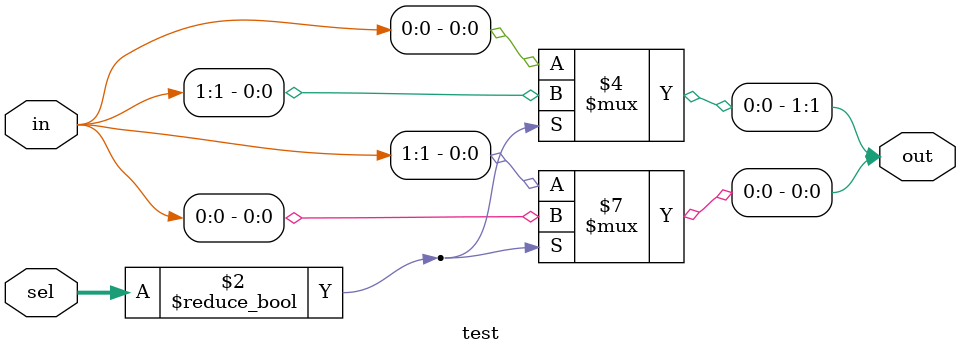
<source format=v>
module test(input [1:0] in, sel, output reg [1:0] out);

always @(sel or in)
    if(sel) begin
	    out[0] = in[0];
		out[1] = in[1];
	end	
	else begin
	    out[0] = in[1];
		out[1] = in[0];
	end

endmodule	

</source>
